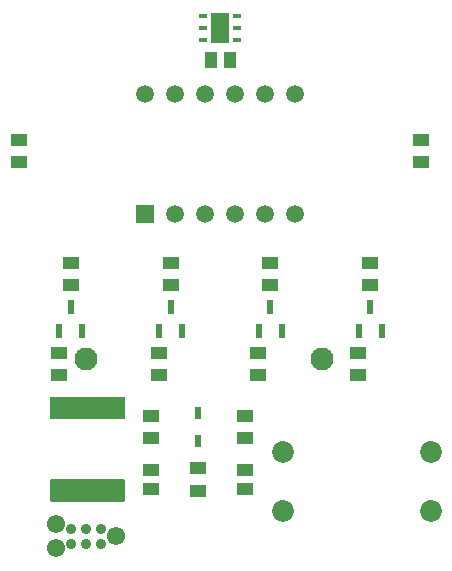
<source format=gbr>
%TF.GenerationSoftware,KiCad,Pcbnew,7.0.1*%
%TF.CreationDate,2023-04-20T20:08:02+02:00*%
%TF.ProjectId,RHT device,52485420-6465-4766-9963-652e6b696361,rev?*%
%TF.SameCoordinates,Original*%
%TF.FileFunction,Soldermask,Top*%
%TF.FilePolarity,Negative*%
%FSLAX46Y46*%
G04 Gerber Fmt 4.6, Leading zero omitted, Abs format (unit mm)*
G04 Created by KiCad (PCBNEW 7.0.1) date 2023-04-20 20:08:02*
%MOMM*%
%LPD*%
G01*
G04 APERTURE LIST*
G04 Aperture macros list*
%AMRoundRect*
0 Rectangle with rounded corners*
0 $1 Rounding radius*
0 $2 $3 $4 $5 $6 $7 $8 $9 X,Y pos of 4 corners*
0 Add a 4 corners polygon primitive as box body*
4,1,4,$2,$3,$4,$5,$6,$7,$8,$9,$2,$3,0*
0 Add four circle primitives for the rounded corners*
1,1,$1+$1,$2,$3*
1,1,$1+$1,$4,$5*
1,1,$1+$1,$6,$7*
1,1,$1+$1,$8,$9*
0 Add four rect primitives between the rounded corners*
20,1,$1+$1,$2,$3,$4,$5,0*
20,1,$1+$1,$4,$5,$6,$7,0*
20,1,$1+$1,$6,$7,$8,$9,0*
20,1,$1+$1,$8,$9,$2,$3,0*%
G04 Aperture macros list end*
%ADD10R,1.470000X1.020000*%
%ADD11RoundRect,0.125000X-0.125000X0.825000X-0.125000X-0.825000X0.125000X-0.825000X0.125000X0.825000X0*%
%ADD12R,0.600000X1.250000*%
%ADD13R,1.450000X1.000000*%
%ADD14C,1.850000*%
%ADD15R,1.500000X1.500000*%
%ADD16C,1.500000*%
%ADD17R,0.500000X1.075000*%
%ADD18C,0.889000*%
%ADD19C,1.550000*%
%ADD20R,1.020000X1.470000*%
%ADD21R,0.800000X0.450000*%
%ADD22R,1.600000X2.500000*%
%ADD23C,1.950000*%
G04 APERTURE END LIST*
D10*
%TO.C,C1*%
X114930000Y-64043668D03*
X114930000Y-65643668D03*
%TD*%
%TO.C,C3*%
X122882000Y-65643668D03*
X122882000Y-64043668D03*
%TD*%
D11*
%TO.C,IC1*%
X112451000Y-58786000D03*
X111801000Y-58786000D03*
X111151000Y-58786000D03*
X110501000Y-58786000D03*
X109851000Y-58786000D03*
X109201000Y-58786000D03*
X108551000Y-58786000D03*
X107901000Y-58786000D03*
X107251000Y-58786000D03*
X106601000Y-58786000D03*
X106601000Y-65786000D03*
X107251000Y-65786000D03*
X107901000Y-65786000D03*
X108551000Y-65786000D03*
X109201000Y-65786000D03*
X109851000Y-65786000D03*
X110501000Y-65786000D03*
X111151000Y-65786000D03*
X111801000Y-65786000D03*
X112451000Y-65786000D03*
%TD*%
D12*
%TO.C,Q1*%
X107133000Y-52314000D03*
X109043000Y-52314000D03*
X108088000Y-50214000D03*
%TD*%
%TO.C,Q2*%
X115594333Y-52314000D03*
X117504333Y-52314000D03*
X116549333Y-50214000D03*
%TD*%
%TO.C,Q3*%
X124055666Y-52314000D03*
X125965666Y-52314000D03*
X125010666Y-50214000D03*
%TD*%
%TO.C,Q4*%
X132517000Y-52314000D03*
X134427000Y-52314000D03*
X133472000Y-50214000D03*
%TD*%
D13*
%TO.C,R2*%
X107072000Y-56024000D03*
X107072000Y-54124000D03*
%TD*%
%TO.C,R1*%
X114890000Y-61348000D03*
X114890000Y-59448000D03*
%TD*%
%TO.C,R3*%
X108088000Y-48404000D03*
X108088000Y-46504000D03*
%TD*%
%TO.C,R4*%
X115533333Y-56024000D03*
X115533333Y-54124000D03*
%TD*%
%TO.C,R5*%
X116549333Y-48404000D03*
X116549333Y-46504000D03*
%TD*%
%TO.C,R6*%
X123994666Y-56024000D03*
X123994666Y-54124000D03*
%TD*%
%TO.C,R7*%
X125010666Y-48404000D03*
X125010666Y-46504000D03*
%TD*%
%TO.C,R8*%
X132456000Y-56024000D03*
X132456000Y-54124000D03*
%TD*%
%TO.C,R9*%
X133472000Y-48404000D03*
X133472000Y-46504000D03*
%TD*%
%TO.C,R12*%
X118906000Y-65793668D03*
X118906000Y-63893668D03*
%TD*%
%TO.C,R13*%
X122842000Y-59448000D03*
X122842000Y-61348000D03*
%TD*%
D14*
%TO.C,S1*%
X138570000Y-67500000D03*
X126070000Y-67500000D03*
X138570000Y-62500000D03*
X126070000Y-62500000D03*
%TD*%
D15*
%TO.C,U1*%
X114430000Y-42390000D03*
D16*
X116970000Y-42390000D03*
X119510000Y-42390000D03*
X122050000Y-42390000D03*
X124590000Y-42390000D03*
X127130000Y-42390000D03*
X127130000Y-32230000D03*
X124590000Y-32230000D03*
X122050000Y-32230000D03*
X119510000Y-32230000D03*
X116970000Y-32230000D03*
X114430000Y-32230000D03*
%TD*%
D17*
%TO.C,D1*%
X118866000Y-59236000D03*
X118866000Y-61560000D03*
%TD*%
D18*
%TO.C,J1*%
X110630000Y-69030000D03*
X110630000Y-70300000D03*
X109360000Y-69030000D03*
X109360000Y-70300000D03*
X108090000Y-69030000D03*
X108090000Y-70300000D03*
D19*
X111900000Y-69665000D03*
X106820000Y-70681000D03*
X106820000Y-68649000D03*
%TD*%
D20*
%TO.C,C2*%
X121550000Y-29360000D03*
X119950000Y-29360000D03*
%TD*%
D13*
%TO.C,R10*%
X103750000Y-36080000D03*
X103750000Y-37980000D03*
%TD*%
%TO.C,R11*%
X137750000Y-37980000D03*
X137750000Y-36080000D03*
%TD*%
D21*
%TO.C,IC2*%
X122200000Y-27650000D03*
X122200000Y-26650000D03*
X122200000Y-25650000D03*
X119300000Y-25650000D03*
X119300000Y-26650000D03*
X119300000Y-27650000D03*
D22*
X120750000Y-26650000D03*
%TD*%
D23*
%TO.C,U2*%
X129370000Y-54700000D03*
X109370000Y-54700000D03*
%TD*%
G36*
X112637000Y-57856881D02*
G01*
X112683119Y-57903000D01*
X112700000Y-57966000D01*
X112700000Y-59604000D01*
X112683119Y-59667000D01*
X112637000Y-59713119D01*
X112574000Y-59730000D01*
X106476000Y-59730000D01*
X106413000Y-59713119D01*
X106366881Y-59667000D01*
X106350000Y-59604000D01*
X106350000Y-57966000D01*
X106366881Y-57903000D01*
X106413000Y-57856881D01*
X106476000Y-57840000D01*
X112574000Y-57840000D01*
X112637000Y-57856881D01*
G37*
G36*
X112637000Y-64856881D02*
G01*
X112683119Y-64903000D01*
X112700000Y-64966000D01*
X112700000Y-66604000D01*
X112683119Y-66667000D01*
X112637000Y-66713119D01*
X112574000Y-66730000D01*
X106476000Y-66730000D01*
X106413000Y-66713119D01*
X106366881Y-66667000D01*
X106350000Y-66604000D01*
X106350000Y-64966000D01*
X106366881Y-64903000D01*
X106413000Y-64856881D01*
X106476000Y-64840000D01*
X112574000Y-64840000D01*
X112637000Y-64856881D01*
G37*
M02*

</source>
